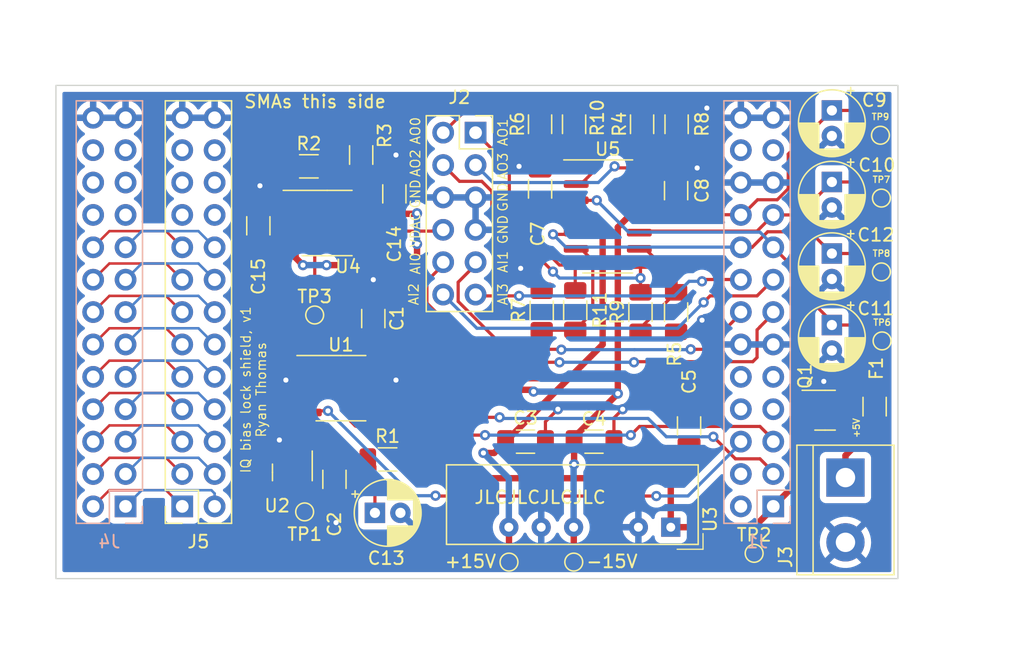
<source format=kicad_pcb>
(kicad_pcb (version 20211014) (generator pcbnew)
  (layers (0 "F.Cu" signal) (31 "B.Cu" signal) (34 "B.Paste" user) (35 "F.Paste" user) (36 "B.SilkS" user "B.Silkscreen") (37 "F.SilkS" user "F.Silkscreen") (38 "B.Mask" user) (39 "F.Mask" user) (44 "Edge.Cuts" user))
  (net 0 "")
  (net 1 "GND")
  (net 2 "/+5V")
  (net 3 "/VDD")
  (net 4 "/VSS")
  (net 5 "/AO_3")
  (net 6 "/AO_2")
  (net 7 "/AO_0")
  (net 8 "/AO_1")
  (net 10 "/SPI(MOSI)")
  (net 11 "/SPI(MISO)")
  (net 12 "/SPI(SCLK)")
  (net 13 "/SPI(CS)")
  (net 18 "/AI_0")
  (net 19 "/AI_1")
  (net 20 "/AI_2")
  (net 21 "/AI_3")
  (net 24 "/V0_Out")
  (net 25 "/V1_Out")
  (net 26 "/V2_Out")
  (net 27 "/V3_Out")
  (net 28 "/V_PHASE_OUT")
  (net 29 "Net-(C13-Pad1)")
  (net 30 "Net-(R2-Pad1)")
  (net 31 "Net-(R4-Pad1)")
  (net 32 "Net-(R5-Pad1)")
  (net 33 "Net-(R10-Pad1)")
  (net 34 "Net-(R11-Pad1)")
  (net 35 "Net-(F1-Pad1)")
  (net 36 "/DIO0_P")
  (net 37 "/DIO0_N")
  (net 38 "/DIO1_P")
  (net 39 "/DIO1_N")
  (net 40 "/DIO2_P")
  (net 41 "/DIO2_N")
  (net 42 "/DIO3_P")
  (net 43 "/DIO3_N")
  (net 44 "/DIO4_P")
  (net 45 "/DIO4_N")
  (net 46 "/DIO5_P")
  (net 47 "/DIO5_N")
  (net 48 "/DIO6_P")
  (net 49 "/DIO6_N")
  (net 50 "/DIO7_P")
  (net 51 "/DIO7_N")
  (net 67 "/3V3_2")
  (net 68 "Net-(F1-Pad2)")
  (net 69 "/3V3_1")
  (net 70 "Net-(TP3-Pad1)")
  (footprint "Resistor_SMD:R_1206_3216Metric_Pad1.30x1.75mm_HandSolder" (layer "F.Cu") (at 91.694 65.278 -90)
    (fp_text reference "R8")
    (fp_text value "10k")
  )
  (footprint "Package_TO_SOT_SMD:SOT-23" (layer "F.Cu") (at 64.262 92.583 -90)
    (fp_text reference "U2")
    (fp_text value "LM4040DBZ-2.5")
  )
  (footprint "Resistor_SMD:R_1206_3216Metric_Pad1.30x1.75mm_HandSolder" (layer "F.Cu") (at 86.36 65.278 -90)
    (fp_text reference "R10")
    (fp_text value "10k")
  )
  (footprint "TestPoint:TestPoint_Pad_D1.0mm" (layer "F.Cu") (at 86.3346 99.6188)
    (fp_text reference "TP5" hide)
    (fp_text value "VSS")
  )
  (footprint "Resistor_SMD:R_1206_3216Metric_Pad1.30x1.75mm_HandSolder" (layer "F.Cu") (at 94.4 65.278 90)
    (fp_text reference "R4")
    (fp_text value "1.2k")
  )
  (footprint "Package_TO_SOT_SMD:SOT-23-3" (layer "F.Cu") (at 106.045 87.7062)
    (fp_text reference "Q1")
    (fp_text value "Q_PMOS_GSD")
  )
  (footprint "Resistor_SMD:R_1206_3216Metric_Pad1.30x1.75mm_HandSolder" (layer "F.Cu") (at 83.82 79.883 90)
    (fp_text reference "R7")
    (fp_text value "1.2k")
  )
  (footprint "Resistor_SMD:R_1206_3216Metric_Pad1.30x1.75mm_HandSolder" (layer "F.Cu") (at 71.729 91.567)
    (fp_text reference "R1")
    (fp_text value "4.7k")
  )
  (footprint "Connector_PinSocket_2.54mm:PinSocket_2x06_P2.54mm_Vertical" (layer "F.Cu") (at 78.633 65.938)
    (fp_text reference "J2")
    (fp_text value "Conn_02x06_Odd_Even")
  )
  (footprint "Resistor_SMD:R_1206_3216Metric_Pad1.30x1.75mm_HandSolder" (layer "F.Cu") (at 91.567 80.01 90)
    (fp_text reference "R9")
    (fp_text value "10k")
  )
  (footprint "Resistor_SMD:R_1206_3216Metric_Pad1.30x1.75mm_HandSolder" (layer "F.Cu") (at 65.558 68.58 180)
    (fp_text reference "R2")
    (fp_text value "2.2k")
  )
  (footprint "Resistor_SMD:R_1206_3216Metric_Pad1.30x1.75mm_HandSolder" (layer "F.Cu") (at 83.693 65.275 -90)
    (fp_text reference "R6")
    (fp_text value "1.2k")
  )
  (footprint "Resistor_SMD:R_1206_3216Metric_Pad1.30x1.75mm_HandSolder" (layer "F.Cu") (at 94.361 80.01 -90)
    (fp_text reference "R5")
    (fp_text value "1.2k")
  )
  (footprint "TestPoint:TestPoint_Pad_D1.0mm" (layer "F.Cu") (at 100.4824 98.933)
    (fp_text reference "TP2")
    (fp_text value "+5V")
  )
  (footprint "Capacitor_THT:CP_Radial_D5.0mm_P2.00mm" (layer "F.Cu") (at 106.5784 69.805925 -90)
    (fp_text reference "C10")
    (fp_text value "1u")
  )
  (footprint "Capacitor_SMD:C_1206_3216Metric_Pad1.33x1.80mm_HandSolder" (layer "F.Cu") (at 95.377 88.9385 90)
    (fp_text reference "C5")
    (fp_text value "4.7u")
  )
  (footprint "TestPoint:TestPoint_Pad_D1.0mm" (layer "F.Cu") (at 65.2272 95.6818)
    (fp_text reference "TP1")
    (fp_text value "VREF")
  )
  (footprint "Capacitor_THT:CP_Radial_D5.0mm_P2.00mm" (layer "F.Cu") (at 106.5784 64.195888 -90)
    (fp_text reference "C9")
    (fp_text value "1u")
  )
  (footprint "TestPoint:TestPoint_Pad_D1.0mm" (layer "F.Cu") (at 110.4646 71.0692)
    (fp_text reference "TP7")
    (fp_text value "AO_2")
  )
  (footprint "Capacitor_SMD:C_1206_3216Metric_Pad1.33x1.80mm_HandSolder" (layer "F.Cu") (at 94.361 70.485 90)
    (fp_text reference "C8")
    (fp_text value "100n")
  )
  (footprint "Capacitor_SMD:C_1206_3216Metric_Pad1.33x1.80mm_HandSolder" (layer "F.Cu") (at 70.612 80.518 -90)
    (fp_text reference "C1")
    (fp_text value "100n")
  )
  (footprint "Converter_DCDC:Converter_DCDC_Murata_NMAxxxxSC_THT" (layer "F.Cu") (at 93.9425 96.8825 -90)
    (fp_text reference "U3")
    (fp_text value "PDME1-S5-D15-S")
  )
  (footprint "Capacitor_THT:CP_Radial_D5.0mm_P2.00mm" (layer "F.Cu") (at 106.5784 81.025999 -90)
    (fp_text reference "C11")
    (fp_text value "1u")
  )
  (footprint "Resistor_SMD:R_1206_3216Metric_Pad1.30x1.75mm_HandSolder" (layer "F.Cu") (at 109.9312 87.4262 90)
    (fp_text reference "F1")
    (fp_text value "2.6A")
  )
  (footprint "Capacitor_SMD:C_1206_3216Metric_Pad1.33x1.80mm_HandSolder" (layer "F.Cu") (at 82.55 90.17)
    (fp_text reference "C3")
    (fp_text value "470n")
  )
  (footprint "TestPoint:TestPoint_Pad_D1.0mm" (layer "F.Cu") (at 81.2546 99.6188)
    (fp_text reference "TP4" hide)
    (fp_text value "VDD")
  )
  (footprint "Package_SO:SOIC-8_3.9x4.9mm_P1.27mm" (layer "F.Cu") (at 66.994 73.025)
    (fp_text reference "U4")
    (fp_text value "TL081")
  )
  (footprint "Package_SO:SOIC-8_3.9x4.9mm_P1.27mm" (layer "F.Cu") (at 68.072 85.979)
    (fp_text reference "U1")
    (fp_text value "MAX5544")
  )
  (footprint "Capacitor_SMD:C_1206_3216Metric_Pad1.33x1.80mm_HandSolder" (layer "F.Cu") (at 83.693 70.358 90)
    (fp_text reference "C7")
    (fp_text value "100n")
  )
  (footprint "Capacitor_SMD:C_1206_3216Metric_Pad1.33x1.80mm_HandSolder" (layer "F.Cu") (at 61.595 73.2405 -90)
    (fp_text reference "C15")
    (fp_text value "100n")
  )
  (footprint "TestPoint:TestPoint_Pad_D1.0mm" (layer "F.Cu") (at 110.3884 66.1416)
    (fp_text reference "TP9")
    (fp_text value "AO_3")
  )
  (footprint "TerminalBlock:TerminalBlock_bornier-2_P5.08mm" (layer "F.Cu") (at 107.6452 92.9894 -90)
    (fp_text reference "J3")
    (fp_text value "Conn_01x02_Female")
  )
  (footprint "Capacitor_THT:CP_Radial_D5.0mm_P2.00mm" (layer "F.Cu") (at 70.739 95.758)
    (fp_text reference "C13")
    (fp_text value "10u")
  )
  (footprint "Capacitor_THT:CP_Radial_D5.0mm_P2.00mm" (layer "F.Cu") (at 106.5784 75.415962 -90)
    (fp_text reference "C12")
    (fp_text value "1u")
  )
  (footprint "Resistor_SMD:R_1206_3216Metric_Pad1.30x1.75mm_HandSolder" (layer "F.Cu") (at 69.661 67.691 -90)
    (fp_text reference "R3")
    (fp_text value "10k")
  )
  (footprint "TestPoint:TestPoint_Pad_D1.0mm" (layer "F.Cu") (at 110.5154 82.2706)
    (fp_text reference "TP6")
    (fp_text value "AO_0")
  )
  (footprint "Connector_PinSocket_2.54mm:PinSocket_2x13_P2.54mm_Vertical" (layer "F.Cu") (at 55.626 95.25 180)
    (fp_text reference "J5")
    (fp_text value "Conn_02x13_Odd_Even")
  )
  (footprint "TestPoint:TestPoint_Pad_D1.0mm" (layer "F.Cu") (at 110.4646 76.8604)
    (fp_text reference "TP8")
    (fp_text value "AO_1")
  )
  (footprint "Capacitor_SMD:C_1206_3216Metric_Pad1.33x1.80mm_HandSolder" (layer "F.Cu") (at 87.9225 90.17 180)
    (fp_text reference "C4")
    (fp_text value "470n")
  )
  (footprint "Resistor_SMD:R_1206_3216Metric_Pad1.30x1.75mm_HandSolder" (layer "F.Cu") (at 86.45 79.859 90)
    (fp_text reference "R11")
    (fp_text value "10k")
  )
  (footprint "Capacitor_SMD:C_1206_3216Metric_Pad1.33x1.80mm_HandSolder" (layer "F.Cu") (at 67.564 93.1295 -90)
    (fp_text reference "C2")
    (fp_text value "100n")
  )
  (footprint "Capacitor_SMD:C_1206_3216Metric_Pad1.33x1.80mm_HandSolder" (layer "F.Cu") (at 72.263 70.739 -90)
    (fp_text reference "C14")
    (fp_text value "100n")
  )
  (footprint "Package_SO:SOIC-14_3.9x8.7mm_P1.27mm" (layer "F.Cu") (at 89 72.51)
    (fp_text reference "U5")
    (fp_text value "Opamp_Quad")
  )
  (footprint "TestPoint:TestPoint_Pad_D1.0mm" (layer "F.Cu") (at 66.0146 80.2386)
    (fp_text reference "TP3")
    (fp_text value "VDAC")
  )
  (footprint "Connector_PinSocket_2.54mm:PinSocket_2x13_P2.54mm_Vertical" (layer "B.Cu") (at 101.981 95.25)
    (fp_text reference "J1")
    (fp_text value "Conn_02x13_Odd_Even")
  )
  (footprint "Connector_PinSocket_2.54mm:PinSocket_2x13_P2.54mm_Vertical" (layer "B.Cu") (at 51.18 95.25)
    (fp_text reference "J4")
    (fp_text value "Conn_02x13_Odd_Even")
  )
  (gr_rect (start 45.72 62.23) (end 111.76 100.9142) (layer "Edge.Cuts") (width 0.1) (fill none))
  (gr_text "+15V" (at 78.232 99.568) (layer "F.SilkS") (effects (font (size 1 1))))
  (gr_text "AI1" (at 80.772 76.073 90) (layer "F.SilkS") (effects (font (size 0.75 0.75) (thickness 0.1))))
  (gr_text "AI3" (at 80.772 78.613 90) (layer "F.SilkS") (effects (font (size 0.75 0.75) (thickness 0.1))))
  (gr_text "GND" (at 80.772 73.533 90) (layer "F.SilkS") (effects (font (size 0.75 0.75) (thickness 0.1))))
  (gr_text "GND" (at 73.914 70.739 90) (layer "F.SilkS") (effects (font (size 0.75 0.75) (thickness 0.1))))
  (gr_text "AO2" (at 73.914 68.326 90) (layer "F.SilkS") (effects (font (size 0.75 0.75) (thickness 0.1))))
  (gr_text "AO0" (at 73.914 65.786 90) (layer "F.SilkS") (effects (font (size 0.75 0.75) (thickness 0.1))))
  (gr_text "AO3" (at 80.772 68.58 90) (layer "F.SilkS") (effects (font (size 0.75 0.75) (thickness 0.1))))
  (gr_text "-15V" (at 89.3318 99.568) (layer "F.SilkS") (effects (font (size 1 1))))
  (gr_text "SMAs this side" (at 66.04 63.5) (layer "F.SilkS") (effects (font (size 1 1))))
  (gr_text "VDAC" (at 73.914 73.533 90) (layer "F.SilkS") (effects (font (size 0.75 0.75) (thickness 0.1))))
  (gr_text "AO1" (at 80.772 65.913 90) (layer "F.SilkS") (effects (font (size 0.75 0.75) (thickness 0.1))))
  (gr_text "IQ bias lock shield, v1\nRyan Thomas" (at 61.214 86.106 90) (layer "F.SilkS") (effects (font (size 0.75 0.75) (thickness 0.1))))
  (gr_text "AI2" (at 73.787 78.613 90) (layer "F.SilkS") (effects (font (size 0.75 0.75) (thickness 0.1))))
  (gr_text "AI0" (at 73.914 76.2 90) (layer "F.SilkS") (effects (font (size 0.75 0.75) (thickness 0.1))))
  (gr_text "GND" (at 80.772 70.993 90) (layer "F.SilkS") (effects (font (size 0.75 0.75) (thickness 0.1))))
  (gr_text "JLCJLCJLCJLC" (at 83.693 94.5388) (layer "F.SilkS") (effects (font (size 1 1))))
  (gr_text "+5V" (at 108.5088 89.1032 90) (layer "F.SilkS") (effects (font (size 0.5 0.5) (thickness 0.1))))
  (segment (start 61.595 71.678) (end 61.595 70.231) (width 0.25) (layer "F.Cu") (net 1))
  (segment (start 104.9075 86.7562) (end 104.9075 86.4815) (width 0.25) (layer "F.Cu") (net 1))
  (segment (start 104.9075 86.4815) (end 105.9434 85.4456) (width 0.25) (layer "F.Cu") (net 1))
  (segment (start 72.263 69.1765) (end 72.263 67.818) (width 0.25) (layer "F.Cu") (net 1))
  (segment (start 94.361 81.56) (end 95.478 81.56) (width 0.25) (layer "F.Cu") (net 1))
  (segment (start 89.485 90.17) (end 89.485 88.315) (width 0.25) (layer "F.Cu") (net 1))
  (segment (start 92.583 87.3) (end 95.301 87.3) (width 0.25) (layer "F.Cu") (net 1))
  (segment (start 90.5 87.3) (end 92.583 87.3) (width 0.25) (layer "F.Cu") (net 1))
  (segment (start 67.564 96.393) (end 67.691 96.52) (width 0.25) (layer "F.Cu") (net 1))
  (segment (start 70.547 85.344) (end 72.39 85.344) (width 0.25) (layer "F.Cu") (net 1))
  (segment (start 70.612 78.9555) (end 70.612 77.47) (width 0.25) (layer "F.Cu") (net 1))
  (segment (start 72.263 67.818) (end 72.39 67.691) (width 0.25) (layer "F.Cu") (net 1))
  (segment (start 63.312 91.6455) (end 63.312 90.109) (width 0.25) (layer "F.Cu") (net 1))
  (segment (start 61.722 70.104) (end 62.484 70.104) (width 0.25) (layer "F.Cu") (net 1))
  (segment (start 83.82 78.232) (end 82.169 76.581) (width 0.25) (layer "F.Cu") (net 1))
  (segment (start 63.312 90.109) (end 63.246 90.043) (width 0.25) (layer "F.Cu") (net 1))
  (segment (start 82.042 68.58) (end 83.4775 68.58) (width 0.25) (layer "F.Cu") (net 1))
  (segment (start 94.4 63.728) (end 96.494 63.728) (width 0.25) (layer "F.Cu") (net 1))
  (segment (start 89.485 88.315) (end 90.17 87.63) (width 0.25) (layer "F.Cu") (net 1))
  (segment (start 94.361 68.9225) (end 95.7965 68.9225) (width 0.25) (layer "F.Cu") (net 1))
  (segment (start 95.478 81.56) (end 96.393 80.645) (width 0.25) (layer "F.Cu") (net 1))
  (segment (start 96.494 63.728) (end 96.774 64.008) (width 0.25) (layer "F.Cu") (net 1))
  (segment (start 62.484 70.104) (end 64.008 68.58) (width 0.25) (layer "F.Cu") (net 1))
  (segment (start 65.597 85.344) (end 63.754 85.344) (width 0.25) (layer "F.Cu") (net 1))
  (segment (start 90.17 87.63) (end 90.5 87.3) (width 0.25) (layer "F.Cu") (net 1))
  (segment (start 61.595 70.231) (end 61.722 70.104) (width 0.25) (layer "F.Cu") (net 1))
  (segment (start 83.4775 68.58) (end 83.693 68.7955) (width 0.25) (layer "F.Cu") (net 1))
  (segment (start 95.301 87.3) (end 95.377 87.376) (width 0.25) (layer "F.Cu") (net 1))
  (segment (start 84.1125 88.6075) (end 85.09 87.63) (width 0.25) (layer "F.Cu") (net 1))
  (segment (start 67.564 94.692) (end 67.564 96.393) (width 0.25) (layer "F.Cu") (net 1))
  (segment (start 95.7965 68.9225) (end 96.012 68.707) (width 0.25) (layer "F.Cu") (net 1))
  (segment (start 83.693 66.825) (end 83.693 68.63) (width 0.25) (layer "F.Cu") (net 1))
  (segment (start 84.1125 90.17) (end 84.1125 88.6075) (width 0.25) (layer "F.Cu") (net 1))
  (segment (start 83.82 78.333) (end 83.82 78.232) (width 0.25) (layer "F.Cu") (net 1))
  (via (at 72.39 67.691) (size 0.8) (drill 0.4) (layers "F.Cu" "B.Cu") (net 1))
  (via (at 82.042 68.58) (size 0.8) (drill 0.4) (layers "F.Cu" "B.Cu") (net 1))
  (via (at 85.09 87.63) (size 0.8) (drill 0.4) (layers "F.Cu" "B.Cu") (net 1))
  (via (at 67.691 96.52) (size 0.8) (drill 0.4) (layers "F.Cu" "B.Cu") (net 1))
  (via (at 96.393 80.645) (size 0.8) (drill 0.4) (layers "F.Cu" "B.Cu") (net 1))
  (via (at 61.722 70.104) (size 0.8) (drill 0.4) (layers "F.Cu" "B.Cu") (net 1))
  (via (at 70.612 77.47) (size 0.8) (drill 0.4) (layers "F.Cu" "B.Cu") (net 1))
  (via (at 96.012 68.707) (size 0.8) (drill 0.4) (layers "F.Cu" "B.Cu") (net 1))
  (via (at 105.9434 85.4456) (size 0.8) (drill 0.4) (layers "F.Cu" "B.Cu") (net 1))
  (via (at 96.774 64.008) (size 0.8) (drill 0.4) (layers "F.Cu" "B.Cu") (net 1))
  (via (at 82.169 76.581) (size 0.8) (drill 0.4) (layers "F.Cu" "B.Cu") (net 1))
  (via (at 72.39 85.344) (size 0.8) (drill 0.4) (layers "F.Cu" "B.Cu") (net 1))
  (via (at 90.17 87.63) (size 0.8) (drill 0.4) (layers "F.Cu" "B.Cu") (net 1))
  (via (at 63.246 90.043) (size 0.8) (drill 0.4) (layers "F.Cu" "B.Cu") (net 1))
  (via (at 63.754 85.344) (size 0.8) (drill 0.4) (layers "F.Cu" "B.Cu") (net 1))
  (segment (start 72.517 91.567) (end 69.784 88.834) (width 0.5) (layer "F.Cu") (net 2))
  (segment (start 93.853 93.0402) (end 93.9425 92.9507) (width 0.5) (layer "F.Cu") (net 2))
  (segment (start 74.7522 93.0402) (end 93.853 93.0402) (width 0.5) (layer "F.Cu") (net 2))
  (segment (start 73.279 91.567) (end 74.7522 93.0402) (width 0.5) (layer "F.Cu") (net 2))
  (segment (start 68.922 88.48) (end 68.922 84.621) (width 0.5) (layer "F.Cu") (net 2))
  (segment (start 100.4824 96.8994) (end 100.4655 96.8825) (width 0.5) (layer "F.Cu") (net 2))
  (segment (start 93.9425 91.9355) (end 95.377 90.501) (width 0.5) (layer "F.Cu") (net 2))
  (segment (start 69.276 88.834) (end 68.922 88.48) (width 0.5) (layer "F.Cu") (net 2))
  (segment (start 68.922 84.621) (end 69.469 84.074) (width 0.5) (layer "F.Cu") (net 2))
  (segment (start 73.279 91.567) (end 72.517 91.567) (width 0.5) (layer "F.Cu") (net 2))
  (segment (start 70.547 84.074) (end 70.547 82.1455) (width 0.5) (layer "F.Cu") (net 2))
  (segment (start 104.9075 92.3235) (end 101.981 95.25) (width 0.5) (layer "F.Cu") (net 2))
  (segment (start 93.9425 96.8825) (end 93.9425 92.9507) (width 0.5) (layer "F.Cu") (net 2))
  (segment (start 69.784 88.834) (end 69.276 88.834) (width 0.5) (layer "F.Cu") (net 2))
  (segment (start 100.4824 98.933) (end 100.4824 96.8994) (width 0.5) (layer "F.Cu") (net 2))
  (segment (start 93.9425 92.9507) (end 93.9425 91.9355) (width 0.5) (layer "F.Cu") (net 2))
  (segment (start 69.469 84.074) (end 70.547 84.074) (width 0.5) (layer "F.Cu") (net 2))
  (segment (start 104.9075 88.6562) (end 104.9075 92.3235) (width 0.5) (layer "F.Cu") (net 2))
  (segment (start 100.4655 96.8825) (end 102.113 95.235) (width 0.5) (layer "F.Cu") (net 2))
  (segment (start 70.547 82.1455) (end 70.612 82.0805) (width 0.5) (layer "F.Cu") (net 2))
  (segment (start 93.9425 96.8825) (end 100.4655 96.8825) (width 0.5) (layer "F.Cu") (net 2))
  (segment (start 72.263 72.3015) (end 74.0025 72.3015) (width 0.5) (layer "F.Cu") (net 3))
  (segment (start 79.248 91.059) (end 80.0985 91.059) (width 0.5) (layer "F.Cu") (net 3))
  (segment (start 79.60975 85.19775) (end 85.95975 85.19775) (width 0.5) (layer "F.Cu") (net 3))
  (segment (start 86.525 72.51) (end 87.496 72.51) (width 0.5) (layer "F.Cu") (net 3))
  (segment (start 74.0025 72.3015) (end 74.041 72.263) (width 0.5) (layer "F.Cu") (net 3))
  (segment (start 86.525 72.51) (end 84.2825 72.51) (width 0.5) (layer "F.Cu") (net 3))
  (segment (start 74.041 79.629) (end 79.60975 85.19775) (width 0.5) (layer "F.Cu") (net 3))
  (segment (start 85.95975 85.19775) (end 80.9875 90.17) (width 0.5) (layer "F.Cu") (net 3))
  (segment (start 84.2825 72.51) (end 83.693 71.9205) (width 0.5) (layer "F.Cu") (net 3))
  (segment (start 80.0985 91.059) (end 80.9875 90.17) (width 0.5) (layer "F.Cu") (net 3))
  (segment (start 88.6 82.5575) (end 85.95975 85.19775) (width 0.5) (layer "F.Cu") (net 3))
  (segment (start 87.496 72.51) (end 88.6 73.614) (width 0.5) (layer "F.Cu") (net 3))
  (segment (start 69.469 72.39) (end 72.1745 72.39) (width 0.5) (layer "F.Cu") (net 3))
  (segment (start 81.2546 99.6188) (end 81.2546 96.8946) (width 0.5) (layer "F.Cu") (net 3))
  (segment (start 81.2546 96.8946) (end 81.2425 96.8825) (width 0.5) (layer "F.Cu") (net 3))
  (segment (start 74.041 74.676) (end 74.041 79.629) (width 0.5) (layer "F.Cu") (net 3))
  (segment (start 88.6 73.614) (end 88.6 82.5575) (width 0.5) (layer "F.Cu") (net 3))
  (segment (start 72.1745 72.39) (end 72.263 72.3015) (width 0.5) (layer "F.Cu") (net 3))
  (via (at 79.248 91.059) (size 0.8) (drill 0.4) (layers "F.Cu" "B.Cu") (net 3))
  (via (at 74.041 74.676) (size 0.8) (drill 0.4) (layers "F.Cu" "B.Cu") (net 3))
  (via (at 74.041 72.263) (size 0.8) (drill 0.4) (layers "F.Cu" "B.Cu") (net 3))
  (segment (start 74.041 72.263) (end 74.041 74.676) (width 0.5) (layer "B.Cu") (net 3))
  (segment (start 81.2425 96.8825) (end 81.2425 93.0535) (width 0.5) (layer "B.Cu") (net 3))
  (segment (start 81.2425 93.0535) (end 79.248 91.059) (width 0.5) (layer "B.Cu") (net 3))
  (segment (start 64.519 74.93) (end 61.722 74.93) (width 0.5) (layer "F.Cu") (net 4))
  (segment (start 64.519 75.7515) (end 65.0945 76.327) (width 0.5) (layer "F.Cu") (net 4))
  (segment (start 70.953925 76.327) (end 73.141 78.514075) (width 0.5) (layer "F.Cu") (net 4))
  (segment (start 91.475 72.51) (end 90.638629 72.51) (width 0.5) (layer "F.Cu") (net 4))
  (segment (start 79.245208 86.106) (end 83.04375 86.106) (width 0.5) (layer "F.Cu") (net 4))
  (segment (start 86.36 89.833075) (end 88.096538 88.096538) (width 0.5) (layer "F.Cu") (net 4))
  (segment (start 83.04375 86.106) (end 83.185 86.24725) (width 0.5) (layer "F.Cu") (net 4))
  (segment (start 88.096538 88.096538) (end 89.789 86.404075) (width 0.5) (layer "F.Cu") (net 4))
  (segment (start 73.141 78.514075) (end 73.141 80.001792) (width 0.5) (layer "F.Cu") (net 4))
  (segment (start 73.141 80.001792) (end 79.245208 86.106) (width 0.5) (layer "F.Cu") (net 4))
  (segment (start 86.3346 99.6188) (end 86.3346 96.8946) (width 0.5) (layer "F.Cu") (net 4))
  (segment (start 90.638629 72.51) (end 89.789 73.359629) (width 0.5) (layer "F.Cu") (net 4))
  (segment (start 89.789 73.359629) (end 89.789 86.404075) (width 0.5) (layer "F.Cu") (net 4))
  (segment (start 91.475 72.51) (end 93.8985 72.51) (width 0.5) (layer "F.Cu") (net 4))
  (segment (start 93.8985 72.51) (end 94.361 72.0475) (width 0.5) (layer "F.Cu") (net 4))
  (segment (start 64.519 75.7515) (end 64.519 74.93) (width 0.5) (layer "F.Cu") (net 4))
  (segment (start 66.9435 76.327) (end 70.953925 76.327) (width 0.5) (layer "F.Cu") (net 4))
  (segment (start 61.722 74.93) (end 61.595 74.803) (width 0.5) (layer "F.Cu") (net 4))
  (segment (start 86.36 91.948) (end 86.36 90.17) (width 0.5) (layer "F.Cu") (net 4))
  (via (at 65.0945 76.327) (size 0.8) (drill 0.4) (layers "F.Cu" "B.Cu") (net 4))
  (via (at 86.36 91.948) (size 0.8) (drill 0.4) (layers "F.Cu" "B.Cu") (net 4))
  (via (at 83.185 86.24725) (size 0.8) (drill 0.4) (layers "F.Cu" "B.Cu") (net 4))
  (via (at 66.9435 76.327) (size 0.8) (drill 0.4) (layers "F.Cu" "B.Cu") (net 4))
  (via (at 89.789 86.404075) (size 0.8) (drill 0.4) (layers "F.Cu" "B.Cu") (net 4))
  (segment (start 65.0945 76.327) (end 66.9435 76.327) (width 0.5) (layer "B.Cu") (net 4))
  (segment (start 83.185 86.24725) (end 89.632175 86.24725) (width 0.5) (layer "B.Cu") (net 4))
  (segment (start 86.3225 96.8825) (end 86.3225 91.9855) (width 0.5) (layer "B.Cu") (net 4))
  (segment (start 89.632175 86.24725) (end 89.789 86.404075) (width 0.5) (layer "B.Cu") (net 4))
  (segment (start 86.3225 91.9855) (end 86.36 91.948) (width 0.5) (layer "B.Cu") (net 4))
  (segment (start 106.5784 64.195888) (end 108.442688 64.195888) (width 0.25) (layer "F.Cu") (net 5))
  (segment (start 91.855 70.86) (end 91.475 71.24) (width 0.25) (layer "F.Cu") (net 5))
  (segment (start 99.573 72.375) (end 97.267 72.375) (width 0.25) (layer "F.Cu") (net 5))
  (segment (start 100.748 71.2) (end 102.292701 71.2) (width 0.25) (layer "F.Cu") (net 5))
  (segment (start 102.292701 71.2) (end 103.156 70.336701) (width 0.25) (layer "F.Cu") (net 5))
  (segment (start 108.442688 64.195888) (end 110.3884 66.1416) (width 0.25) (layer "F.Cu") (net 5))
  (segment (start 97.267 72.375) (end 95.752 70.86) (width 0.25) (layer "F.Cu") (net 5))
  (segment (start 103.156 67.618288) (end 106.5784 64.195888) (width 0.25) (layer "F.Cu") (net 5))
  (segment (start 95.752 70.86) (end 91.855 70.86) (width 0.25) (layer "F.Cu") (net 5))
  (segment (start 100.748 71.2) (end 99.573 72.375) (width 0.25) (layer "F.Cu") (net 5))
  (segment (start 103.156 70.336701) (end 103.156 67.618288) (width 0.25) (layer "F.Cu") (net 5))
  (segment (start 106.5784 69.805925) (end 109.201325 69.805925) (width 0.25) (layer "F.Cu") (net 6))
  (segment (start 103.994325 72.39) (end 106.5784 69.805925) (width 0.25) (layer "F.Cu") (net 6))
  (segment (start 91.595 73.66) (end 91.475 73.78) (width 0.25) (layer "F.Cu") (net 6))
  (segment (start 100.711 73.66) (end 91.595 73.66) (width 0.25) (layer "F.Cu") (net 6))
  (segment (start 101.981 72.39) (end 100.711 73.66) (width 0.25) (layer "F.Cu") (net 6))
  (segment (start 101.981 72.39) (end 103.994325 72.39) (width 0.25) (layer "F.Cu") (net 6))
  (segment (start 109.201325 69.805925) (end 110.4646 71.0692) (width 0.25) (layer "F.Cu") (net 6))
  (segment (start 109.270799 81.025999) (end 110.5154 82.2706) (width 0.25) (layer "F.Cu") (net 7))
  (segment (start 88.138 71.247) (end 86.532 71.247) (width 0.25) (layer "F.Cu") (net 7))
  (segment (start 103.4796 76.4286) (end 103.4796 77.6732) (width 0.25) (layer "F.Cu") (net 7))
  (segment (start 103.4796 77.6732) (end 106.5784 80.772) (width 0.25) (layer "F.Cu") (net 7))
  (segment (start 106.5784 80.772) (end 106.5784 81.025999) (width 0.25) (layer "F.Cu") (net 7))
  (segment (start 101.981 74.93) (end 103.4796 76.4286) (width 0.25) (layer "F.Cu") (net 7))
  (segment (start 86.532 71.247) (end 86.525 71.24) (width 0.25) (layer "F.Cu") (net 7))
  (segment (start 106.5784 81.025999) (end 109.270799 81.025999) (width 0.25) (layer "F.Cu") (net 7))
  (via (at 88.138 71.247) (size 0.8) (drill 0.4) (layers "F.Cu" "B.Cu") (net 7))
  (segment (start 90.631 73.74) (end 88.138 71.247) (width 0.25) (layer "B.Cu") (net 7))
  (segment (start 100.938 73.74) (end 90.631 73.74) (width 0.25) (layer "B.Cu") (net 7))
  (segment (start 102.113 74.915) (end 100.938 73.74) (width 0.25) (layer "B.Cu") (net 7))
  (segment (start 99.441 74.93) (end 100.319299 74.93) (width 0.25) (layer "F.Cu") (net 8))
  (segment (start 100.319299 74.93) (end 101.538499 73.7108) (width 0.25) (layer "F.Cu") (net 8))
  (segment (start 106.5784 75.415962) (end 109.020162 75.415962) (width 0.25) (layer "F.Cu") (net 8))
  (segment (start 104.873238 73.7108) (end 106.5784 75.415962) (width 0.25) (layer "F.Cu") (net 8))
  (segment (start 86.391 73.914) (end 86.525 73.78) (width 0.25) (layer "F.Cu") (net 8))
  (segment (start 84.709 73.914) (end 86.391 73.914) (width 0.25) (layer "F.Cu") (net 8))
  (segment (start 109.020162 75.415962) (end 110.4646 76.8604) (width 0.25) (layer "F.Cu") (net 8))
  (segment (start 101.538499 73.7108) (end 104.873238 73.7108) (width 0.25) (layer "F.Cu") (net 8))
  (via (at 84.709 73.914) (size 0.8) (drill 0.4) (layers "F.Cu" "B.Cu") (net 8))
  (segment (start 85.71 74.915) (end 84.709 73.914) (width 0.25) (layer "B.Cu") (net 8))
  (segment (start 99.573 74.915) (end 85.71 74.915) (width 0.25) (layer "B.Cu") (net 8))
  (segment (start 100.938 91.52) (end 99.013 91.52) (width 0.25) (layer "F.Cu") (net 10))
  (segment (start 80.518 88.265) (end 75.692 88.265) (width 0.25) (layer "F.Cu") (net 10))
  (segment (start 99.013 91.52) (end 97.282 89.789) (width 0.25) (layer "F.Cu") (net 10))
  (segment (start 74.041 86.614) (end 70.547 86.614) (width 0.25) (layer "F.Cu") (net 10))
  (segment (start 102.113 92.695) (end 100.938 91.52) (width 0.25) (layer "F.Cu") (net 10))
  (segment (start 75.692 88.265) (end 74.041 86.614) (width 0.25) (layer "F.Cu") (net 10))
  (via (at 97.282 89.789) (size 0.8) (drill 0.4) (layers "F.Cu" "B.Cu") (net 10))
  (via (at 80.518 88.265) (size 0.8) (drill 0.4) (layers "F.Cu" "B.Cu") (net 10))
  (segment (start 92.165 88.355) (end 93.599 89.789) (width 0.25) (layer "B.Cu") (net 10))
  (segment (start 80.518 88.265) (end 80.608 88.355) (width 0.25) (layer "B.Cu") (net 10))
  (segment (start 93.599 89.789) (end 97.282 89.789) (width 0.25) (layer "B.Cu") (net 10))
  (segment (start 80.608 88.355) (end 92.165 88.355) (width 0.25) (layer "B.Cu") (net 10))
  (segment (start 79.375 89.662) (end 74.041 89.662) (width 0.25) (layer "F.Cu") (net 12))
  (segment (start 102.113 90.155) (end 100.938 88.98) (width 0.25) (layer "F.Cu") (net 12))
  (segment (start 72.263 87.884) (end 70.547 87.884) (width 0.25) (layer "F.Cu") (net 12))
  (segment (start 74.041 89.662) (end 72.263 87.884) (width 0.25) (layer "F.Cu") (net 12))
  (segment (start 100.938 88.98) (end 91.487 88.98) (width 0.25) (layer "F.Cu") (net 12))
  (segment (start 91.487 88.98) (end 90.805 89.662) (width 0.25) (layer "F.Cu") (net 12))
  (via (at 79.375 89.662) (size 0.8) (drill 0.4) (layers "F.Cu" "B.Cu") (net 12))
  (via (at 90.805 89.662) (size 0.8) (drill 0.4) (layers "F.Cu" "B.Cu") (net 12))
  (segment (start 90.805 89.662) (end 79.375 89.662) (width 0.25) (layer "B.Cu") (net 12))
  (segment (start 65.724 87.757) (end 65.597 87.884) (width 0.25) (layer "F.Cu") (net 13))
  (segment (start 67.056 87.757) (end 65.724 87.757) (width 0.25) (layer "F.Cu") (net 13))
  (segment (start 75.5142 94.4372) (end 75.4888 94.4118) (width 0.25) (layer "F.Cu") (net 13))
  (segment (start 92.8116 94.4372) (end 75.5142 94.4372) (width 0.25) (layer "F.Cu") (net 13))
  (via (at 92.8116 94.4372) (size 0.8) (drill 0.4) (layers "F.Cu" "B.Cu") (net 13))
  (via (at 67.056 87.757) (size 0.8) (drill 0.4) (layers "F.Cu" "B.Cu") (net 13))
  (via (at 75.4888 94.4118) (size 0.8) (drill 0.4) (layers "F.Cu" "B.Cu") (net 13))
  (segment (start 95.2958 94.4322) (end 99.573 90.155) (width 0.25) (layer "B.Cu") (net 13))
  (segment (start 92.8166 94.4322) (end 92.8116 94.4372) (width 0.25) (layer "B.Cu") (net 13))
  (segment (start 75.4888 94.4118) (end 73.7108 94.4118) (width 0.25) (layer "B.Cu") (net 13))
  (segment (start 95.2958 94.4322) (end 92.8166 94.4322) (width 0.25) (layer "B.Cu") (net 13))
  (segment (start 67.056 87.757) (end 73.7108 94.4118) (width 0.25) (layer "B.Cu") (net 13))
  (segment (start 91.106 83.9) (end 91.059 83.947) (width 0.25) (layer "F.Cu") (net 18))
  (segment (start 100.377 83.9) (end 91.106 83.9) (width 0.25) (layer "F.Cu") (net 18))
  (segment (start 100.938 81.18) (end 100.711 81.407) (width 0.25) (layer "F.Cu") (net 18))
  (segment (start 100.711 81.407) (end 100.711 83.566) (width 0.25) (layer "F.Cu") (net 18))
  (segment (start 100.938 81.17) (end 100.938 81.18) (width 0.25) (layer "F.Cu") (net 18))
  (segment (start 74.816 79.307984) (end 79.455016 83.947) (width 0.25) (layer "F.Cu") (net 18))
  (segment (start 75.02 77.375) (end 75.02 77.38) (width 0.25) (layer "F.Cu") (net 18))
  (segment (start 102.113 79.995) (end 100.938 81.17) (width 0.25) (layer "F.Cu") (net 18))
  (segment (start 75.02 77.38) (end 74.816 77.584) (width 0.25) (layer "F.Cu") (net 18))
  (segment (start 76.195 76.2) (end 75.02 77.375) (width 0.25) (layer "F.Cu") (net 18))
  (segment (start 74.816 77.584) (end 74.816 79.307984) (width 0.25) (layer "F.Cu") (net 18))
  (segment (start 100.711 83.566) (end 100.377 83.9) (width 0.25) (layer "F.Cu") (net 18))
  (segment (start 79.455016 83.947) (end 85.217 83.947) (width 0.25) (layer "F.Cu") (net 18))
  (via (at 85.217 83.947) (size 0.8) (drill 0.4) (layers "F.Cu" "B.Cu") (net 18))
  (via (at 91.059 83.947) (size 0.8) (drill 0.4) (layers "F.Cu" "B.Cu") (net 18))
  (segment (start 91.059 83.947) (end 85.217 83.947) (width 0.25) (layer "B.Cu") (net 18))
  (segment (start 96.637 82.931) (end 99.573 79.995) (width 0.25) (layer "F.Cu") (net 19))
  (segment (start 85.358351 82.957543) (end 85.331808 82.931) (width 0.25) (layer "F.Cu") (net 19))
  (segment (start 77.268 77.667) (end 78.735 76.2) (width 0.25) (layer "F.Cu") (net 19))
  (segment (start 77.268 79.173) (end 77.268 77.667) (width 0.25) (layer "F.Cu") (net 19))
  (segment (start 85.331808 82.931) (end 81.026 82.931) (width 0.25) (layer "F.Cu") (net 19))
  (segment (start 95.504 82.931) (end 96.637 82.931) (width 0.25) (layer "F.Cu") (net 19))
  (segment (start 81.026 82.931) (end 77.268 79.173) (width 0.25) (layer "F.Cu") (net 19))
  (via (at 95.504 82.931) (size 0.8) (drill 0.4) (layers "F.Cu" "B.Cu") (net 19))
  (via (at 85.358351 82.957543) (size 0.8) (drill 0.4) (layers "F.Cu" "B.Cu") (net 19))
  (segment (start 91.094848 82.957543) (end 95.477457 82.957543) (width 0.25) (layer "B.Cu") (net 19))
  (segment (start 95.477457 82.957543) (end 95.504 82.931) (width 0.25) (layer "B.Cu") (net 19))
  (segment (start 91.094848 82.957543) (end 85.358351 82.957543) (width 0.25) (layer "B.Cu") (net 19))
  (segment (start 97.028 78.74) (end 96.52 79.248) (width 0.25) (layer "F.Cu") (net 20))
  (segment (start 101.981 77.47) (end 100.711 78.74) (width 0.25) (layer "F.Cu") (net 20))
  (segment (start 100.711 78.74) (end 97.028 78.74) (width 0.25) (layer "F.Cu") (net 20))
  (via (at 96.52 79.248) (size 0.8) (drill 0.4) (layers "F.Cu" "B.Cu") (net 20))
  (segment (start 96.52 79.248) (end 94.488 81.28) (width 0.25) (layer "B.Cu") (net 20))
  (segment (start 78.735 81.28) (end 76.195 78.74) (width 0.25) (layer "B.Cu") (net 20))
  (segment (start 78.735 81.28) (end 94.488 81.28) (width 0.25) (layer "B.Cu") (net 20))
  (segment (start 78.735 78.74) (end 82.042 78.74) (width 0.25) (layer "F.Cu") (net 21))
  (segment (start 96.535 77.455) (end 96.393 77.597) (width 0.25) (layer "F.Cu") (net 21))
  (segment (start 99.573 77.455) (end 96.535 77.455) (width 0.25) (layer "F.Cu") (net 21))
  (via (at 96.393 77.597) (size 0.8) (drill 0.4) (layers "F.Cu" "B.Cu") (net 21))
  (via (at 82.042 78.74) (size 0.8) (drill 0.4) (layers "F.Cu" "B.Cu") (net 21))
  (segment (start 95.377 77.597) (end 94.234 78.74) (width 0.25) (layer "B.Cu") (net 21))
  (segment (start 96.393 77.597) (end 95.377 77.597) (width 0.25) (layer "B.Cu") (net 21))
  (segment (start 82.042 78.74) (end 94.234 78.74) (width 0.25) (layer "B.Cu") (net 21))
  (segment (start 86.525 68.7) (end 86.525 66.993) (width 0.25) (layer "F.Cu") (net 24))
  (segment (start 77.642 64.389) (end 81.407 64.389) (width 0.25) (layer "F.Cu") (net 24))
  (segment (start 81.883 64.865) (end 84.397 64.865) (width 0.25) (layer "F.Cu") (net 24))
  (segment (start 76.093 65.938) (end 77.642 64.389) (width 0.25) (layer "F.Cu") (net 24))
  (segment (start 86.36 66.828) (end 84.397 64.865) (width 0.25) (layer "F.Cu") (net 24))
  (segment (start 81.407 64.389) (end 81.883 64.865) (width 0.25) (layer "F.Cu") (net 24))
  (segment (start 86.525 66.993) (end 86.36 66.828) (width 0.25) (layer "F.Cu") (net 24))
  (segment (start 86.45 78.309) (end 86.45 76.395) (width 0.25) (layer "F.Cu") (net 25))
  (segment (start 86.45 76.395) (end 86.525 76.32) (width 0.25) (layer "F.Cu") (net 25))
  (segment (start 81.28 68.585) (end 81.28 72.39) (width 0.25) (layer "F.Cu") (net 25))
  (segment (start 78.735 66.04) (end 81.28 68.585) (width 0.25) (layer "F.Cu") (net 25))
  (segment (start 81.28 72.39) (end 85.21 76.32) (width 0.25) (layer "F.Cu") (net 25))
  (segment (start 85.21 76.32) (end 86.525 76.32) (width 0.25) (layer "F.Cu") (net 25))
  (segment (start 79.91 70.544) (end 79.121 69.755) (width 0.25) (layer "F.Cu") (net 26))
  (segment (start 91.567 76.412) (end 91.475 76.32) (width 0.25) (layer "F.Cu") (net 26))
  (segment (start 91.567 78.46) (end 91.567 76.412) (width 0.25) (layer "F.Cu") (net 26))
  (segment (start 79.91 71.02) (end 79.91 70.544) (width 0.25) (layer "F.Cu") (net 26))
  (segment (start 77.37 69.755) (end 76.195 68.58) (width 0.25) (layer "F.Cu") (net 26))
  (segment (start 79.91 71.02) (end 79.91 72.044501) (width 0.25) (layer "F.Cu") (net 26))
  (segment (start 79.91 72.044501) (end 84.704808 76.839309) (width 0.25) (layer "F.Cu") (net 26))
  (segment (start 79.121 69.755) (end 77.37 69.755) (width 0.25) (layer "F.Cu") (net 26))
  (via (at 84.704808 76.839309) (size 0.8) (drill 0.4) (layers "F.Cu" "B.Cu") (net 26))
  (via (at 91.567 77.343) (size 0.8) (drill 0.4) (layers "F.Cu" "B.Cu") (net 26))
  (segment (start 84.704808 76.839309) (end 84.713309 76.839309) (width 0.25) (layer "B.Cu") (net 26))
  (segment (start 84.713309 76.839309) (end 85.217 77.343) (width 0.25) (layer "B.Cu") (net 26))
  (segment (start 85.217 77.343) (end 91.567 77.343) (width 0.25) (layer "B.Cu") (net 26))
  (segment (start 89.655 68.7) (end 89.535 68.58) (width 0.25) (layer "F.Cu") (net 27))
  (segment (start 91.475 68.7) (end 91.475 67.047) (width 0.25) (layer "F.Cu") (net 27))
  (segment (start 91.475 67.047) (end 91.694 66.828) (width 0.25) (layer "F.Cu") (net 27))
  (segment (start 91.475 68.7) (end 89.655 68.7) (width 0.25) (layer "F.Cu") (net 27))
  (via (at 89.535 68.58) (size 0.8) (drill 0.4) (layers "F.Cu" "B.Cu") (net 27))
  (segment (start 88.265 69.85) (end 80.005 69.85) (width 0.25) (layer "B.Cu") (net 27))
  (segment (start 80.005 69.85) (end 78.735 68.58) (width 0.25) (layer "B.Cu") (net 27))
  (segment (start 89.535 68.58) (end 88.265 69.85) (width 0.25) (layer "B.Cu") (net 27))
  (segment (start 68.453 73.66) (end 67.691 72.898) (width 0.25) (layer "F.Cu") (net 28))
  (segment (start 69.469 73.66) (end 76.195 73.66) (width 0.25) (layer "F.Cu") (net 28))
  (segment (start 67.691 71.211) (end 69.661 69.241) (width 0.25) (layer "F.Cu") (net 28))
  (segment (start 67.691 72.898) (end 67.691 71.211) (width 0.25) (layer "F.Cu") (net 28))
  (segment (start 69.469 73.66) (end 68.453 73.66) (width 0.25) (layer "F.Cu") (net 28))
  (segment (start 65.2272 95.6818) (end 65.2272 91.6607) (width 0.25) (layer "F.Cu") (net 29))
  (segment (start 70.739 92.127) (end 70.739 95.758) (width 0.25) (layer "F.Cu") (net 29))
  (segment (start 65.2905 91.567) (end 65.212 91.6455) (width 0.25) (layer "F.Cu") (net 29))
  (segment (start 64.262 90.6955) (end 65.212 91.6455) (width 0.25) (layer "F.Cu") (net 29))
  (segment (start 70.179 91.567) (end 70.739 92.127) (width 0.25) (layer "F.Cu") (net 29))
  (segment (start 65.2272 91.6607) (end 65.212 91.6455) (width 0.25) (layer "F.Cu") (net 29))
  (segment (start 64.262 87.572249) (end 64.262 90.6955) (width 0.25) (layer "F.Cu") (net 29))
  (segment (start 67.564 91.567) (end 65.2905 91.567) (width 0.25) (layer "F.Cu") (net 29))
  (segment (start 70.179 91.567) (end 67.564 91.567) (width 0.25) (layer "F.Cu") (net 29))
  (segment (start 65.220249 86.614) (end 64.262 87.572249) (width 0.25) (layer "F.Cu") (net 29))
  (segment (start 65.597 86.614) (end 65.220249 86.614) (width 0.25) (layer "F.Cu") (net 29))
  (segment (start 64.895751 72.39) (end 67.121 70.164751) (width 0.25) (layer "F.Cu") (net 30))
  (segment (start 67.121 68.681) (end 69.661 66.141) (width 0.25) (layer "F.Cu") (net 30))
  (segment (start 67.121 70.164751) (end 67.121 69.215) (width 0.25) (layer "F.Cu") (net 30))
  (segment (start 64.519 72.39) (end 64.895751 72.39) (width 0.25) (layer "F.Cu") (net 30))
  (segment (start 67.121 69.215) (end 67.121 68.681) (width 0.25) (layer "F.Cu") (net 30))
  (segment (start 91.694 64.122) (end 94.4 66.828) (width 0.25) (layer "F.Cu") (net 31))
  (segment (start 92.082 69.97) (end 93.136 68.916) (width 0.25) (layer "F.Cu") (net 31))
  (segment (start 91.694 63.728) (end 91.694 64.122) (width 0.25) (layer "F.Cu") (net 31))
  (segment (start 93.136 68.092) (end 94.4 66.828) (width 0.25) (layer "F.Cu") (net 31))
  (segment (start 93.136 68.916) (end 93.136 68.092) (width 0.25) (layer "F.Cu") (net 31))
  (segment (start 91.475 69.97) (end 92.082 69.97) (width 0.25) (layer "F.Cu") (net 31))
  (segment (start 91.567 81.56) (end 91.567 81.254) (width 0.25) (layer "F.Cu") (net 32))
  (segment (start 91.567 81.254) (end 94.361 78.46) (width 0.25) (layer "F.Cu") (net 32))
  (segment (start 91.475 75.05) (end 92.195 75.05) (width 0.25) (layer "F.Cu") (net 32))
  (segment (start 94.361 78.46) (end 94.361 77.47) (width 0.25) (layer "F.Cu") (net 32))
  (segment (start 94.361 77.47) (end 91.941 75.05) (width 0.25) (layer "F.Cu") (net 32))
  (segment (start 91.941 75.05) (end 91.475 75.05) (width 0.25) (layer "F.Cu") (net 32))
  (segment (start 86.357 63.725) (end 86.36 63.728) (width 0.25) (layer "F.Cu") (net 33))
  (segment (start 83.693 63.725) (end 86.357 63.725) (width 0.25) (layer "F.Cu") (net 33))
  (segment (start 87.825 69.046751) (end 87.825 65.193) (width 0.25) (layer "F.Cu") (net 33))
  (segment (start 86.901751 69.97) (end 87.825 69.046751) (width 0.25) (layer "F.Cu") (net 33))
  (segment (start 86.525 69.97) (end 86.901751 69.97) (width 0.25) (layer "F.Cu") (net 33))
  (segment (start 87.825 65.193) (end 86.36 63.728) (width 0.25) (layer "F.Cu") (net 33))
  (segment (start 86.426 81.433) (end 86.45 81.409) (width 0.25) (layer "F.Cu") (net 34))
  (segment (start 86.525 75.05) (end 86.901751 75.05) (width 0.25) (layer "F.Cu") (net 34))
  (segment (start 87.825 80.034) (end 86.45 81.409) (width 0.25) (layer "F.Cu") (net 34))
  (segment (start 86.901751 75.05) (end 87.825 75.973249) (width 0.25) (layer "F.Cu") (net 34))
  (segment (start 87.825 75.973249) (end 87.825 80.034) (width 0.25) (layer "F.Cu") (net 34))
  (segment (start 83.82 81.433) (end 86.426 81.433) (width 0.25) (layer "F.Cu") (net 34))
  (segment (start 107.6452 92.9894) (end 107.6452 91.2622) (width 0.5) (layer "F.Cu") (net 35))
  (segment (start 107.6452 91.2622) (end 109.9312 88.9762) (width 0.5) (layer "F.Cu") (net 35))
  (segment (start 51.18 92.71) (end 52.45 91.44) (width 0.2) (layer "B.Cu") (net 36))
  (segment (start 52.45 91.44) (end 56.896 91.44) (width 0.2) (layer "B.Cu") (net 36))
  (segment (start 56.896 91.44) (end 58.166 92.71) (width 0.2) (layer "B.Cu") (net 36))
  (segment (start 54.356 91.44) (end 55.626 92.71) (width 0.2) (layer "F.Cu") (net 37))
  (segment (start 49.91 91.44) (end 54.356 91.44) (width 0.2) (layer "F.Cu") (net 37))
  (segment (start 48.64 92.71) (end 49.91 91.44) (width 0.2) (layer "F.Cu") (net 37))
  (segment (start 51.18 90.17) (end 52.45 88.9) (width 0.2) (layer "B.Cu") (net 38))
  (segment (start 52.45 88.9) (end 56.896 88.9) (width 0.2) (layer "B.Cu") (net 38))
  (segment (start 56.896 88.9) (end 58.166 90.17) (width 0.2) (layer "B.Cu") (net 38))
  (segment (start 54.356 88.9) (end 55.626 90.17) (width 0.2) (layer "F.Cu") (net 39))
  (segment (start 49.91 88.9) (end 54.356 88.9) (width 0.2) (layer "F.Cu") (net 39))
  (segment (start 48.64 90.17) (end 49.91 88.9) (width 0.2) (layer "F.Cu") (net 39))
  (segment (start 56.896 86.36) (end 58.166 87.63) (width 0.2) (layer "B.Cu") (net 40))
  (segment (start 51.18 87.63) (end 52.45 86.36) (width 0.2) (layer "B.Cu") (net 40))
  (segment (start 52.45 86.36) (end 56.896 86.36) (width 0.2) (layer "B.Cu") (net 40))
  (segment (start 48.64 87.63) (end 49.91 86.36) (width 0.2) (layer "F.Cu") (net 41))
  (segment (start 54.356 86.36) (end 55.626 87.63) (width 0.2) (layer "F.Cu") (net 41))
  (segment (start 49.91 86.36) (end 54.356 86.36) (width 0.2) (layer "F.Cu") (net 41))
  (segment (start 51.18 85.09) (end 52.45 83.82) (width 0.2) (layer "B.Cu") (net 42))
  (segment (start 56.896 83.82) (end 58.166 85.09) (width 0.2) (layer "B.Cu") (net 42))
  (segment (start 52.45 83.82) (end 56.896 83.82) (width 0.2) (layer "B.Cu") (net 42))
  (segment (start 49.91 83.82) (end 54.356 83.82) (width 0.2) (layer "F.Cu") (net 43))
  (segment (start 48.64 85.09) (end 49.91 83.82) (width 0.2) (layer "F.Cu") (net 43))
  (segment (start 54.356 83.82) (end 55.626 85.09) (width 0.2) (layer "F.Cu") (net 43))
  (segment (start 51.18 82.55) (end 52.45 81.28) (width 0.2) (layer "B.Cu") (net 44))
  (segment (start 56.896 81.28) (end 58.166 82.55) (width 0.2) (layer "B.Cu") (net 44))
  (segment (start 52.45 81.28) (end 56.896 81.28) (width 0.2) (layer "B.Cu") (net 44))
  (segment (start 48.64 82.55) (end 49.91 81.28) (width 0.2) (layer "F.Cu") (net 45))
  (segment (start 54.356 81.28) (end 55.626 82.55) (width 0.2) (layer "F.Cu") (net 45))
  (segment (start 49.91 81.28) (end 54.356 81.28) (width 0.2) (layer "F.Cu") (net 45))
  (segment (start 56.896 78.74) (end 58.166 80.01) (width 0.2) (layer "B.Cu") (net 46))
  (segment (start 51.18 80.01) (end 52.45 78.74) (width 0.2) (layer "B.Cu") (net 46))
  (segment (start 52.45 78.74) (end 56.896 78.74) (width 0.2) (layer "B.Cu") (net 46))
  (segment (start 48.64 80.01) (end 49.91 78.74) (width 0.2) (layer "F.Cu") (net 47))
  (segment (start 54.356 78.74) (end 55.626 80.01) (width 0.2) (layer "F.Cu") (net 47))
  (segment (start 49.91 78.74) (end 54.356 78.74) (width 0.2) (layer "F.Cu") (net 47))
  (segment (start 52.45 76.2) (end 56.896 76.2) (width 0.2) (layer "B.Cu") (net 48))
  (segment (start 56.896 76.2) (end 58.166 77.47) (width 0.2) (layer "B.Cu") (net 48))
  (segment (start 51.18 77.47) (end 52.45 76.2) (width 0.2) (layer "B.Cu") (net 48))
  (segment (start 48.64 77.47) (end 49.91 76.2) (width 0.2) (layer "F.Cu") (net 49))
  (segment (start 49.91 76.2) (end 54.356 76.2) (width 0.2) (layer "F.Cu") (net 49))
  (segment (start 54.356 76.2) (end 55.626 77.47) (width 0.2) (layer "F.Cu") (net 49))
  (segment (start 51.18 74.93) (end 52.45 73.66) (width 0.2) (layer "B.Cu") (net 50))
  (segment (start 52.45 73.66) (end 56.896 73.66) (width 0.2) (layer "B.Cu") (net 50))
  (segment (start 56.896 73.66) (end 58.166 74.93) (width 0.2) (layer "B.Cu") (net 50))
  (segment (start 49.91 73.66) (end 54.356 73.66) (width 0.2) (layer "F.Cu") (net 51))
  (segment (start 48.64 74.93) (end 49.91 73.66) (width 0.2) (layer "F.Cu") (net 51))
  (segment (start 54.356 73.66) (end 55.626 74.93) (width 0.2) (layer "F.Cu") (net 51))
  (segment (start 52.45 93.98) (end 51.18 95.25) (width 0.2) (layer "B.Cu") (net 67))
  (segment (start 58.166 94.234) (end 57.912 93.98) (width 0.2) (layer "B.Cu") (net 67))
  (segment (start 57.912 93.98) (end 52.45 93.98) (width 0.2) (layer "B.Cu") (net 67))
  (segment (start 58.166 95.25) (end 58.166 94.234) (width 0.2) (layer "B.Cu") (net 67))
  (segment (start 107.1825 87.7062) (end 108.1012 87.7062) (width 0.5) (layer "F.Cu") (net 68))
  (segment (start 108.1012 87.7062) (end 109.9312 85.8762) (width 0.5) (layer "F.Cu") (net 68))
  (segment (start 49.91 93.98) (end 54.356 93.98) (width 0.2) (layer "F.Cu") (net 69))
  (segment (start 48.64 95.25) (end 49.91 93.98) (width 0.2) (layer "F.Cu") (net 69))
  (segment (start 54.356 93.98) (end 55.626 95.25) (width 0.2) (layer "F.Cu") (net 69))
  (segment (start 65.178594 73.66) (end 66.019 74.500406) (width 0.25) (layer "F.Cu") (net 70))
  (segment (start 64.519 73.66) (end 65.178594 73.66) (width 0.25) (layer "F.Cu") (net 70))
  (segment (start 66.019 83.652) (end 65.597 84.074) (width 0.25) (layer "F.Cu") (net 70))
  (segment (start 66.019 74.500406) (end 66.019 83.652) (width 0.25) (layer "F.Cu") (net 70))
  (zone (net 1) (net_name "GND") (layer "B.Cu") (connect_pads (clearance 0.508)) (min_thickness 0.254) (fill yes (thermal_gap 0.508) (thermal_bridge_width 0.508))
    (polygon (pts (xy 111.76 100.9142) (xy 45.72 100.9142) (xy 45.72 62.23) (xy 111.76 62.23)))
  )
)
</source>
